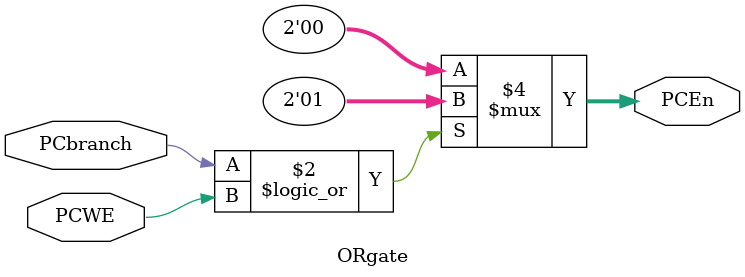
<source format=v>
`timescale 1ns / 1ps

module ORgate(PCEn,PCWE,PCbranch);
input PCbranch,PCWE;
output reg [1:0] PCEn;
 always @(*)
    begin
    if(PCbranch || PCWE) PCEn =1;
    else
    PCEn = 0;
    end
endmodule

</source>
